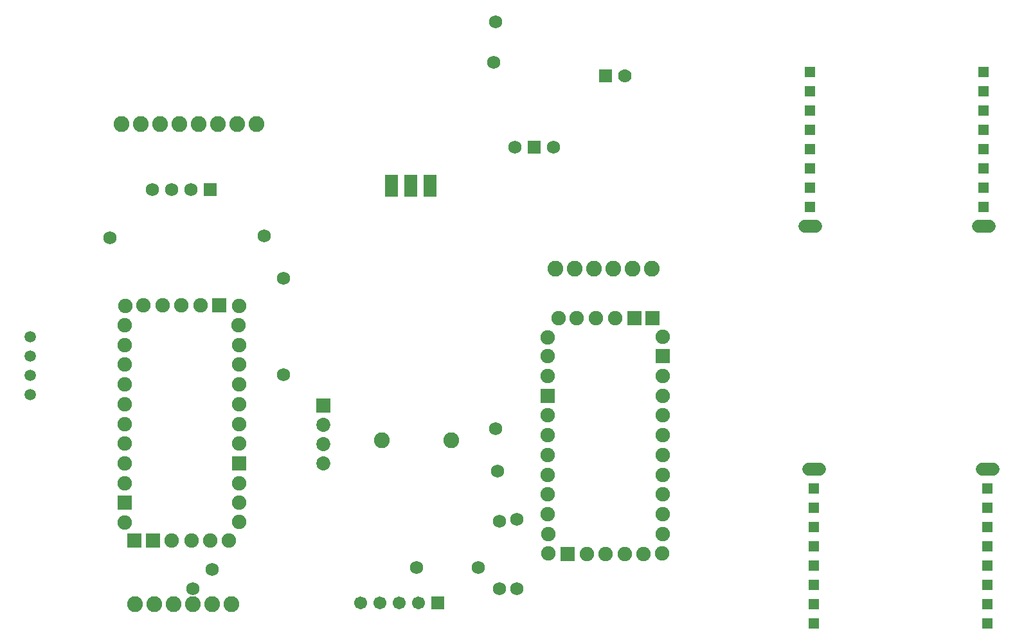
<source format=gts>
G04 ---------------------------- Layer name :TOP SOLDER LAYER*
G04 EasyEDA v5.5.12, Wed, 13 Jun 2018 18:03:35 GMT*
G04 4f5264131ad04cbc883cc3dc534661a7*
G04 Gerber Generator version 0.2*
G04 Scale: 100 percent, Rotated: No, Reflected: No *
G04 Dimensions in millimeters *
G04 leading zeros omitted , absolute positions ,3 integer and 3 decimal *
%FSLAX33Y33*%
%MOMM*%
G90*
G71D02*

%ADD12C,1.727200*%
%ADD13C,1.903197*%
%ADD14R,1.903197X1.903197*%
%ADD15C,2.082800*%
%ADD16C,1.701800*%
%ADD17R,1.701800X1.701800*%
%ADD18R,1.727200X1.727200*%
%ADD19R,1.854200X1.854200*%
%ADD20C,1.854200*%
%ADD21C,2.083308*%
%ADD22C,1.498600*%
%ADD23R,1.402080X1.402080*%
%ADD24R,1.778000X1.778000*%
%ADD25C,1.778000*%
%ADD26R,1.719580X2.933700*%

%LPD*%
G54D12*
G01X111022Y29972D02*
G01X112497Y29972D01*
G01X133882Y29972D02*
G01X135357Y29972D01*
G01X134849Y61976D02*
G01X133374Y61976D01*
G01X111989Y61976D02*
G01X110514Y61976D01*
G01X19050Y60452D03*
G01X39370Y60706D03*
G01X41910Y55118D03*
G01X41910Y42418D03*
G01X59436Y17018D03*
G01X67564Y17018D03*
G01X72644Y23368D03*
G01X72644Y14224D03*
G01X70358Y14224D03*
G01X70358Y23114D03*
G01X70104Y29718D03*
G01X69850Y35306D03*
G01X69596Y83566D03*
G01X69850Y88900D03*
G01X32512Y16764D03*
G01X29972Y14224D03*
G54D13*
G01X20967Y22920D03*
G54D14*
G01X20967Y25521D03*
G54D13*
G01X20967Y28120D03*
G01X20967Y30721D03*
G01X20967Y33319D03*
G01X20967Y35920D03*
G01X20967Y38519D03*
G01X20967Y41120D03*
G01X20967Y43721D03*
G01X20967Y46319D03*
G01X20967Y48920D03*
G01X21026Y51468D03*
G01X36027Y51465D03*
G01X35968Y48920D03*
G01X36068Y46319D03*
G01X36068Y43721D03*
G01X36068Y41120D03*
G01X36068Y38519D03*
G01X36068Y35920D03*
G01X36068Y33319D03*
G54D14*
G01X36068Y30721D03*
G54D13*
G01X36068Y28120D03*
G01X36068Y25519D03*
G01X36068Y23020D03*
G01X28432Y51549D03*
G01X25935Y51549D03*
G01X23434Y51549D03*
G01X30934Y51549D03*
G54D14*
G01X33436Y51554D03*
G54D13*
G01X29768Y20520D03*
G01X27167Y20520D03*
G54D14*
G01X24668Y20520D03*
G54D13*
G01X32268Y20520D03*
G01X34668Y20520D03*
G54D14*
G01X22268Y20520D03*
G54D15*
G01X23114Y75438D03*
G01X25654Y75438D03*
G01X28194Y75438D03*
G01X30734Y75438D03*
G01X20574Y75438D03*
G01X33274Y75438D03*
G01X35814Y75438D03*
G01X38354Y75438D03*
G54D16*
G01X52070Y12319D03*
G01X54610Y12319D03*
G01X57150Y12319D03*
G01X59690Y12319D03*
G54D17*
G01X62230Y12319D03*
G54D12*
G01X24638Y66802D03*
G01X27178Y66802D03*
G01X29718Y66802D03*
G54D18*
G01X32258Y66802D03*
G54D19*
G01X47167Y38354D03*
G54D20*
G01X47167Y35814D03*
G01X47167Y33274D03*
G01X47167Y30734D03*
G54D13*
G01X91808Y47437D03*
G54D14*
G01X91808Y44836D03*
G54D13*
G01X91808Y42237D03*
G01X91808Y39636D03*
G01X91808Y37038D03*
G01X91808Y34437D03*
G01X91808Y31838D03*
G01X91808Y29237D03*
G01X91808Y26636D03*
G01X91808Y24038D03*
G01X91808Y21437D03*
G01X91749Y18889D03*
G01X76748Y18892D03*
G01X76807Y21437D03*
G01X76708Y24038D03*
G01X76708Y26636D03*
G01X76708Y29237D03*
G01X76708Y31838D03*
G01X76708Y34437D03*
G01X76708Y37038D03*
G54D14*
G01X76708Y39636D03*
G54D13*
G01X76708Y42237D03*
G01X76708Y44838D03*
G01X76708Y47337D03*
G01X84343Y18808D03*
G01X86840Y18808D03*
G01X89341Y18808D03*
G01X81841Y18808D03*
G54D14*
G01X79339Y18803D03*
G54D13*
G01X83007Y49837D03*
G01X85608Y49837D03*
G54D14*
G01X88107Y49837D03*
G54D13*
G01X80507Y49837D03*
G01X78107Y49837D03*
G54D14*
G01X90507Y49837D03*
G54D21*
G01X54864Y33782D03*
G01X64008Y33782D03*
G54D22*
G01X8509Y47371D03*
G01X8509Y44831D03*
G01X8509Y42291D03*
G01X8509Y39751D03*
G54D23*
G01X111760Y9652D03*
G01X111760Y12192D03*
G01X111760Y14732D03*
G01X111760Y17272D03*
G01X111760Y19812D03*
G01X111760Y22352D03*
G01X111760Y24892D03*
G01X111760Y27432D03*
G01X134620Y9652D03*
G01X134620Y12192D03*
G01X134620Y14732D03*
G01X134620Y17272D03*
G01X134620Y19812D03*
G01X134620Y22352D03*
G01X134620Y24892D03*
G01X134620Y27432D03*
G01X134112Y82296D03*
G01X134112Y79756D03*
G01X134112Y77216D03*
G01X134112Y74676D03*
G01X134112Y72136D03*
G01X134112Y69596D03*
G01X134112Y67056D03*
G01X134112Y64516D03*
G01X111252Y82296D03*
G01X111252Y79756D03*
G01X111252Y77216D03*
G01X111252Y74676D03*
G01X111252Y72136D03*
G01X111252Y69596D03*
G01X111252Y67056D03*
G01X111252Y64516D03*
G54D15*
G01X77724Y56388D03*
G01X80264Y56388D03*
G01X82804Y56388D03*
G01X85344Y56388D03*
G01X87884Y56388D03*
G01X90424Y56388D03*
G01X35052Y12192D03*
G01X32512Y12192D03*
G01X29972Y12192D03*
G01X27432Y12192D03*
G01X24892Y12192D03*
G01X22352Y12192D03*
G54D24*
G01X84328Y81788D03*
G54D25*
G01X86868Y81788D03*
G54D12*
G01X72390Y72390D03*
G54D18*
G01X74930Y72390D03*
G54D12*
G01X77470Y72390D03*
G54D26*
G01X56135Y67308D03*
G01X58675Y67308D03*
G01X61215Y67308D03*
M00*
M02*

</source>
